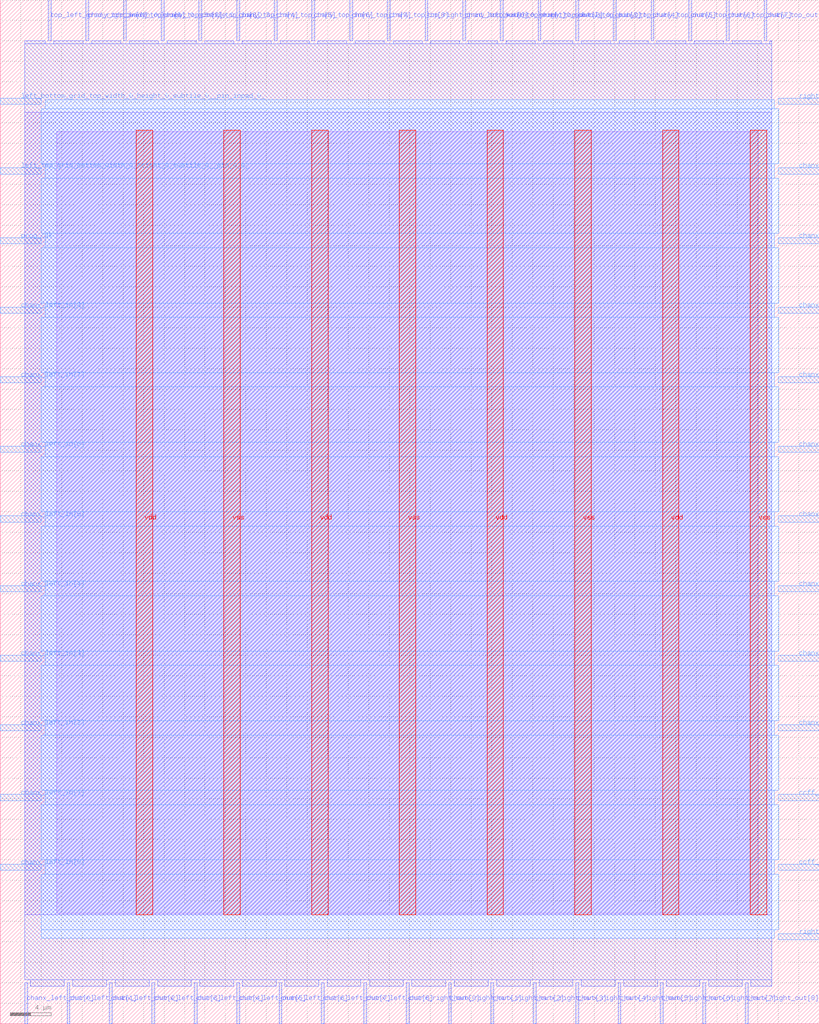
<source format=lef>
VERSION 5.7 ;
  NOWIREEXTENSIONATPIN ON ;
  DIVIDERCHAR "/" ;
  BUSBITCHARS "[]" ;
MACRO sb_1__0_
  CLASS BLOCK ;
  FOREIGN sb_1__0_ ;
  ORIGIN 0.000 0.000 ;
  SIZE 80.000 BY 100.000 ;
  PIN ccff_head
    DIRECTION INPUT ;
    USE SIGNAL ;
    ANTENNAGATEAREA 0.196500 ;
    PORT
      LAYER met3 ;
        RECT 76.000 15.000 80.000 15.600 ;
    END
  END ccff_head
  PIN ccff_tail
    DIRECTION OUTPUT TRISTATE ;
    USE SIGNAL ;
    ANTENNADIFFAREA 0.445500 ;
    PORT
      LAYER met3 ;
        RECT 76.000 21.800 80.000 22.400 ;
    END
  END ccff_tail
  PIN chanx_left_in[0]
    DIRECTION INPUT ;
    USE SIGNAL ;
    ANTENNAGATEAREA 0.196500 ;
    PORT
      LAYER met3 ;
        RECT 0.000 15.000 4.000 15.600 ;
    END
  END chanx_left_in[0]
  PIN chanx_left_in[1]
    DIRECTION INPUT ;
    USE SIGNAL ;
    ANTENNAGATEAREA 0.196500 ;
    PORT
      LAYER met3 ;
        RECT 0.000 21.800 4.000 22.400 ;
    END
  END chanx_left_in[1]
  PIN chanx_left_in[2]
    DIRECTION INPUT ;
    USE SIGNAL ;
    ANTENNAGATEAREA 0.196500 ;
    PORT
      LAYER met3 ;
        RECT 0.000 28.600 4.000 29.200 ;
    END
  END chanx_left_in[2]
  PIN chanx_left_in[3]
    DIRECTION INPUT ;
    USE SIGNAL ;
    ANTENNAGATEAREA 0.196500 ;
    PORT
      LAYER met3 ;
        RECT 0.000 35.400 4.000 36.000 ;
    END
  END chanx_left_in[3]
  PIN chanx_left_in[4]
    DIRECTION INPUT ;
    USE SIGNAL ;
    ANTENNAGATEAREA 0.213000 ;
    PORT
      LAYER met3 ;
        RECT 0.000 42.200 4.000 42.800 ;
    END
  END chanx_left_in[4]
  PIN chanx_left_in[5]
    DIRECTION INPUT ;
    USE SIGNAL ;
    ANTENNAGATEAREA 0.213000 ;
    PORT
      LAYER met3 ;
        RECT 0.000 49.000 4.000 49.600 ;
    END
  END chanx_left_in[5]
  PIN chanx_left_in[6]
    DIRECTION INPUT ;
    USE SIGNAL ;
    ANTENNAGATEAREA 0.196500 ;
    PORT
      LAYER met3 ;
        RECT 0.000 55.800 4.000 56.400 ;
    END
  END chanx_left_in[6]
  PIN chanx_left_in[7]
    DIRECTION INPUT ;
    USE SIGNAL ;
    ANTENNAGATEAREA 0.196500 ;
    PORT
      LAYER met3 ;
        RECT 0.000 62.600 4.000 63.200 ;
    END
  END chanx_left_in[7]
  PIN chanx_left_in[8]
    DIRECTION INPUT ;
    USE SIGNAL ;
    ANTENNAGATEAREA 0.196500 ;
    PORT
      LAYER met3 ;
        RECT 0.000 69.400 4.000 70.000 ;
    END
  END chanx_left_in[8]
  PIN chanx_left_out[0]
    DIRECTION OUTPUT TRISTATE ;
    USE SIGNAL ;
    ANTENNADIFFAREA 0.795200 ;
    PORT
      LAYER met2 ;
        RECT 2.390 0.000 2.670 4.000 ;
    END
  END chanx_left_out[0]
  PIN chanx_left_out[1]
    DIRECTION OUTPUT TRISTATE ;
    USE SIGNAL ;
    ANTENNADIFFAREA 0.795200 ;
    PORT
      LAYER met2 ;
        RECT 6.530 0.000 6.810 4.000 ;
    END
  END chanx_left_out[1]
  PIN chanx_left_out[2]
    DIRECTION OUTPUT TRISTATE ;
    USE SIGNAL ;
    ANTENNADIFFAREA 0.795200 ;
    PORT
      LAYER met2 ;
        RECT 10.670 0.000 10.950 4.000 ;
    END
  END chanx_left_out[2]
  PIN chanx_left_out[3]
    DIRECTION OUTPUT TRISTATE ;
    USE SIGNAL ;
    ANTENNADIFFAREA 0.795200 ;
    PORT
      LAYER met2 ;
        RECT 14.810 0.000 15.090 4.000 ;
    END
  END chanx_left_out[3]
  PIN chanx_left_out[4]
    DIRECTION OUTPUT TRISTATE ;
    USE SIGNAL ;
    ANTENNADIFFAREA 0.795200 ;
    PORT
      LAYER met2 ;
        RECT 18.950 0.000 19.230 4.000 ;
    END
  END chanx_left_out[4]
  PIN chanx_left_out[5]
    DIRECTION OUTPUT TRISTATE ;
    USE SIGNAL ;
    ANTENNADIFFAREA 0.795200 ;
    PORT
      LAYER met2 ;
        RECT 23.090 0.000 23.370 4.000 ;
    END
  END chanx_left_out[5]
  PIN chanx_left_out[6]
    DIRECTION OUTPUT TRISTATE ;
    USE SIGNAL ;
    ANTENNADIFFAREA 0.795200 ;
    PORT
      LAYER met2 ;
        RECT 27.230 0.000 27.510 4.000 ;
    END
  END chanx_left_out[6]
  PIN chanx_left_out[7]
    DIRECTION OUTPUT TRISTATE ;
    USE SIGNAL ;
    ANTENNADIFFAREA 0.795200 ;
    PORT
      LAYER met2 ;
        RECT 31.370 0.000 31.650 4.000 ;
    END
  END chanx_left_out[7]
  PIN chanx_left_out[8]
    DIRECTION OUTPUT TRISTATE ;
    USE SIGNAL ;
    ANTENNADIFFAREA 0.795200 ;
    PORT
      LAYER met2 ;
        RECT 35.510 0.000 35.790 4.000 ;
    END
  END chanx_left_out[8]
  PIN chanx_right_in[0]
    DIRECTION INPUT ;
    USE SIGNAL ;
    ANTENNAGATEAREA 0.196500 ;
    PORT
      LAYER met3 ;
        RECT 76.000 28.600 80.000 29.200 ;
    END
  END chanx_right_in[0]
  PIN chanx_right_in[1]
    DIRECTION INPUT ;
    USE SIGNAL ;
    ANTENNAGATEAREA 0.196500 ;
    PORT
      LAYER met3 ;
        RECT 76.000 35.400 80.000 36.000 ;
    END
  END chanx_right_in[1]
  PIN chanx_right_in[2]
    DIRECTION INPUT ;
    USE SIGNAL ;
    ANTENNAGATEAREA 0.196500 ;
    PORT
      LAYER met3 ;
        RECT 76.000 42.200 80.000 42.800 ;
    END
  END chanx_right_in[2]
  PIN chanx_right_in[3]
    DIRECTION INPUT ;
    USE SIGNAL ;
    ANTENNAGATEAREA 0.196500 ;
    PORT
      LAYER met3 ;
        RECT 76.000 49.000 80.000 49.600 ;
    END
  END chanx_right_in[3]
  PIN chanx_right_in[4]
    DIRECTION INPUT ;
    USE SIGNAL ;
    ANTENNAGATEAREA 0.126000 ;
    PORT
      LAYER met3 ;
        RECT 76.000 55.800 80.000 56.400 ;
    END
  END chanx_right_in[4]
  PIN chanx_right_in[5]
    DIRECTION INPUT ;
    USE SIGNAL ;
    ANTENNAGATEAREA 0.126000 ;
    PORT
      LAYER met3 ;
        RECT 76.000 62.600 80.000 63.200 ;
    END
  END chanx_right_in[5]
  PIN chanx_right_in[6]
    DIRECTION INPUT ;
    USE SIGNAL ;
    ANTENNAGATEAREA 0.126000 ;
    PORT
      LAYER met3 ;
        RECT 76.000 69.400 80.000 70.000 ;
    END
  END chanx_right_in[6]
  PIN chanx_right_in[7]
    DIRECTION INPUT ;
    USE SIGNAL ;
    ANTENNAGATEAREA 0.196500 ;
    PORT
      LAYER met3 ;
        RECT 76.000 76.200 80.000 76.800 ;
    END
  END chanx_right_in[7]
  PIN chanx_right_in[8]
    DIRECTION INPUT ;
    USE SIGNAL ;
    ANTENNAGATEAREA 0.196500 ;
    PORT
      LAYER met3 ;
        RECT 76.000 83.000 80.000 83.600 ;
    END
  END chanx_right_in[8]
  PIN chanx_right_out[0]
    DIRECTION OUTPUT TRISTATE ;
    USE SIGNAL ;
    ANTENNADIFFAREA 0.795200 ;
    PORT
      LAYER met2 ;
        RECT 39.650 0.000 39.930 4.000 ;
    END
  END chanx_right_out[0]
  PIN chanx_right_out[1]
    DIRECTION OUTPUT TRISTATE ;
    USE SIGNAL ;
    ANTENNADIFFAREA 0.795200 ;
    PORT
      LAYER met2 ;
        RECT 43.790 0.000 44.070 4.000 ;
    END
  END chanx_right_out[1]
  PIN chanx_right_out[2]
    DIRECTION OUTPUT TRISTATE ;
    USE SIGNAL ;
    ANTENNADIFFAREA 0.795200 ;
    PORT
      LAYER met2 ;
        RECT 47.930 0.000 48.210 4.000 ;
    END
  END chanx_right_out[2]
  PIN chanx_right_out[3]
    DIRECTION OUTPUT TRISTATE ;
    USE SIGNAL ;
    ANTENNADIFFAREA 0.795200 ;
    PORT
      LAYER met2 ;
        RECT 52.070 0.000 52.350 4.000 ;
    END
  END chanx_right_out[3]
  PIN chanx_right_out[4]
    DIRECTION OUTPUT TRISTATE ;
    USE SIGNAL ;
    ANTENNADIFFAREA 0.795200 ;
    PORT
      LAYER met2 ;
        RECT 56.210 0.000 56.490 4.000 ;
    END
  END chanx_right_out[4]
  PIN chanx_right_out[5]
    DIRECTION OUTPUT TRISTATE ;
    USE SIGNAL ;
    ANTENNADIFFAREA 0.795200 ;
    PORT
      LAYER met2 ;
        RECT 60.350 0.000 60.630 4.000 ;
    END
  END chanx_right_out[5]
  PIN chanx_right_out[6]
    DIRECTION OUTPUT TRISTATE ;
    USE SIGNAL ;
    ANTENNADIFFAREA 0.795200 ;
    PORT
      LAYER met2 ;
        RECT 64.490 0.000 64.770 4.000 ;
    END
  END chanx_right_out[6]
  PIN chanx_right_out[7]
    DIRECTION OUTPUT TRISTATE ;
    USE SIGNAL ;
    ANTENNADIFFAREA 0.795200 ;
    PORT
      LAYER met2 ;
        RECT 68.630 0.000 68.910 4.000 ;
    END
  END chanx_right_out[7]
  PIN chanx_right_out[8]
    DIRECTION OUTPUT TRISTATE ;
    USE SIGNAL ;
    ANTENNADIFFAREA 0.795200 ;
    PORT
      LAYER met2 ;
        RECT 72.770 0.000 73.050 4.000 ;
    END
  END chanx_right_out[8]
  PIN chany_top_in[0]
    DIRECTION INPUT ;
    USE SIGNAL ;
    ANTENNAGATEAREA 0.196500 ;
    PORT
      LAYER met2 ;
        RECT 8.370 96.000 8.650 100.000 ;
    END
  END chany_top_in[0]
  PIN chany_top_in[1]
    DIRECTION INPUT ;
    USE SIGNAL ;
    ANTENNAGATEAREA 0.196500 ;
    PORT
      LAYER met2 ;
        RECT 12.050 96.000 12.330 100.000 ;
    END
  END chany_top_in[1]
  PIN chany_top_in[2]
    DIRECTION INPUT ;
    USE SIGNAL ;
    ANTENNAGATEAREA 0.196500 ;
    PORT
      LAYER met2 ;
        RECT 15.730 96.000 16.010 100.000 ;
    END
  END chany_top_in[2]
  PIN chany_top_in[3]
    DIRECTION INPUT ;
    USE SIGNAL ;
    ANTENNAGATEAREA 0.196500 ;
    PORT
      LAYER met2 ;
        RECT 19.410 96.000 19.690 100.000 ;
    END
  END chany_top_in[3]
  PIN chany_top_in[4]
    DIRECTION INPUT ;
    USE SIGNAL ;
    ANTENNAGATEAREA 0.196500 ;
    PORT
      LAYER met2 ;
        RECT 23.090 96.000 23.370 100.000 ;
    END
  END chany_top_in[4]
  PIN chany_top_in[5]
    DIRECTION INPUT ;
    USE SIGNAL ;
    ANTENNAGATEAREA 0.196500 ;
    PORT
      LAYER met2 ;
        RECT 26.770 96.000 27.050 100.000 ;
    END
  END chany_top_in[5]
  PIN chany_top_in[6]
    DIRECTION INPUT ;
    USE SIGNAL ;
    ANTENNAGATEAREA 0.196500 ;
    PORT
      LAYER met2 ;
        RECT 30.450 96.000 30.730 100.000 ;
    END
  END chany_top_in[6]
  PIN chany_top_in[7]
    DIRECTION INPUT ;
    USE SIGNAL ;
    ANTENNAGATEAREA 0.196500 ;
    PORT
      LAYER met2 ;
        RECT 34.130 96.000 34.410 100.000 ;
    END
  END chany_top_in[7]
  PIN chany_top_in[8]
    DIRECTION INPUT ;
    USE SIGNAL ;
    ANTENNAGATEAREA 0.196500 ;
    PORT
      LAYER met2 ;
        RECT 37.810 96.000 38.090 100.000 ;
    END
  END chany_top_in[8]
  PIN chany_top_out[0]
    DIRECTION OUTPUT TRISTATE ;
    USE SIGNAL ;
    ANTENNADIFFAREA 0.795200 ;
    PORT
      LAYER met2 ;
        RECT 45.170 96.000 45.450 100.000 ;
    END
  END chany_top_out[0]
  PIN chany_top_out[1]
    DIRECTION OUTPUT TRISTATE ;
    USE SIGNAL ;
    ANTENNADIFFAREA 0.795200 ;
    PORT
      LAYER met2 ;
        RECT 48.850 96.000 49.130 100.000 ;
    END
  END chany_top_out[1]
  PIN chany_top_out[2]
    DIRECTION OUTPUT TRISTATE ;
    USE SIGNAL ;
    ANTENNADIFFAREA 0.795200 ;
    PORT
      LAYER met2 ;
        RECT 52.530 96.000 52.810 100.000 ;
    END
  END chany_top_out[2]
  PIN chany_top_out[3]
    DIRECTION OUTPUT TRISTATE ;
    USE SIGNAL ;
    ANTENNADIFFAREA 0.795200 ;
    PORT
      LAYER met2 ;
        RECT 56.210 96.000 56.490 100.000 ;
    END
  END chany_top_out[3]
  PIN chany_top_out[4]
    DIRECTION OUTPUT TRISTATE ;
    USE SIGNAL ;
    ANTENNADIFFAREA 0.795200 ;
    PORT
      LAYER met2 ;
        RECT 59.890 96.000 60.170 100.000 ;
    END
  END chany_top_out[4]
  PIN chany_top_out[5]
    DIRECTION OUTPUT TRISTATE ;
    USE SIGNAL ;
    ANTENNADIFFAREA 0.795200 ;
    PORT
      LAYER met2 ;
        RECT 63.570 96.000 63.850 100.000 ;
    END
  END chany_top_out[5]
  PIN chany_top_out[6]
    DIRECTION OUTPUT TRISTATE ;
    USE SIGNAL ;
    ANTENNADIFFAREA 0.795200 ;
    PORT
      LAYER met2 ;
        RECT 67.250 96.000 67.530 100.000 ;
    END
  END chany_top_out[6]
  PIN chany_top_out[7]
    DIRECTION OUTPUT TRISTATE ;
    USE SIGNAL ;
    ANTENNADIFFAREA 0.795200 ;
    PORT
      LAYER met2 ;
        RECT 70.930 96.000 71.210 100.000 ;
    END
  END chany_top_out[7]
  PIN chany_top_out[8]
    DIRECTION OUTPUT TRISTATE ;
    USE SIGNAL ;
    ANTENNADIFFAREA 0.795200 ;
    PORT
      LAYER met2 ;
        RECT 74.610 96.000 74.890 100.000 ;
    END
  END chany_top_out[8]
  PIN left_bottom_grid_top_width_0_height_0_subtile_0__pin_inpad_0_
    DIRECTION INPUT ;
    USE SIGNAL ;
    ANTENNAGATEAREA 0.196500 ;
    PORT
      LAYER met3 ;
        RECT 0.000 89.800 4.000 90.400 ;
    END
  END left_bottom_grid_top_width_0_height_0_subtile_0__pin_inpad_0_
  PIN left_top_grid_bottom_width_0_height_0_subtile_0__pin_O_0_
    DIRECTION INPUT ;
    USE SIGNAL ;
    ANTENNAGATEAREA 0.196500 ;
    PORT
      LAYER met3 ;
        RECT 0.000 83.000 4.000 83.600 ;
    END
  END left_top_grid_bottom_width_0_height_0_subtile_0__pin_O_0_
  PIN prog_clk
    DIRECTION INPUT ;
    USE SIGNAL ;
    ANTENNAGATEAREA 0.852000 ;
    PORT
      LAYER met3 ;
        RECT 0.000 76.200 4.000 76.800 ;
    END
  END prog_clk
  PIN right_bottom_grid_top_width_0_height_0_subtile_0__pin_inpad_0_
    DIRECTION INPUT ;
    USE SIGNAL ;
    ANTENNAGATEAREA 0.196500 ;
    PORT
      LAYER met3 ;
        RECT 76.000 8.200 80.000 8.800 ;
    END
  END right_bottom_grid_top_width_0_height_0_subtile_0__pin_inpad_0_
  PIN right_top_grid_bottom_width_0_height_0_subtile_0__pin_O_0_
    DIRECTION INPUT ;
    USE SIGNAL ;
    ANTENNAGATEAREA 0.196500 ;
    PORT
      LAYER met3 ;
        RECT 76.000 89.800 80.000 90.400 ;
    END
  END right_top_grid_bottom_width_0_height_0_subtile_0__pin_O_0_
  PIN top_left_grid_right_width_0_height_0_subtile_0__pin_O_3_
    DIRECTION INPUT ;
    USE SIGNAL ;
    ANTENNAGATEAREA 0.196500 ;
    PORT
      LAYER met2 ;
        RECT 4.690 96.000 4.970 100.000 ;
    END
  END top_left_grid_right_width_0_height_0_subtile_0__pin_O_3_
  PIN top_right_grid_left_width_0_height_0_subtile_0__pin_O_1_
    DIRECTION INPUT ;
    USE SIGNAL ;
    ANTENNAGATEAREA 0.196500 ;
    PORT
      LAYER met2 ;
        RECT 41.490 96.000 41.770 100.000 ;
    END
  END top_right_grid_left_width_0_height_0_subtile_0__pin_O_1_
  PIN vdd
    DIRECTION INOUT ;
    USE POWER ;
    PORT
      LAYER met4 ;
        RECT 13.285 10.640 14.885 87.280 ;
    END
    PORT
      LAYER met4 ;
        RECT 30.420 10.640 32.020 87.280 ;
    END
    PORT
      LAYER met4 ;
        RECT 47.555 10.640 49.155 87.280 ;
    END
    PORT
      LAYER met4 ;
        RECT 64.690 10.640 66.290 87.280 ;
    END
  END vdd
  PIN vss
    DIRECTION INOUT ;
    USE GROUND ;
    PORT
      LAYER met4 ;
        RECT 21.850 10.640 23.450 87.280 ;
    END
    PORT
      LAYER met4 ;
        RECT 38.985 10.640 40.585 87.280 ;
    END
    PORT
      LAYER met4 ;
        RECT 56.120 10.640 57.720 87.280 ;
    END
    PORT
      LAYER met4 ;
        RECT 73.255 10.640 74.855 87.280 ;
    END
  END vss
  OBS
      LAYER li1 ;
        RECT 5.520 10.795 74.060 87.125 ;
      LAYER met1 ;
        RECT 2.370 10.640 75.370 89.040 ;
      LAYER met2 ;
        RECT 2.400 95.720 4.410 96.000 ;
        RECT 5.250 95.720 8.090 96.000 ;
        RECT 8.930 95.720 11.770 96.000 ;
        RECT 12.610 95.720 15.450 96.000 ;
        RECT 16.290 95.720 19.130 96.000 ;
        RECT 19.970 95.720 22.810 96.000 ;
        RECT 23.650 95.720 26.490 96.000 ;
        RECT 27.330 95.720 30.170 96.000 ;
        RECT 31.010 95.720 33.850 96.000 ;
        RECT 34.690 95.720 37.530 96.000 ;
        RECT 38.370 95.720 41.210 96.000 ;
        RECT 42.050 95.720 44.890 96.000 ;
        RECT 45.730 95.720 48.570 96.000 ;
        RECT 49.410 95.720 52.250 96.000 ;
        RECT 53.090 95.720 55.930 96.000 ;
        RECT 56.770 95.720 59.610 96.000 ;
        RECT 60.450 95.720 63.290 96.000 ;
        RECT 64.130 95.720 66.970 96.000 ;
        RECT 67.810 95.720 70.650 96.000 ;
        RECT 71.490 95.720 74.330 96.000 ;
        RECT 75.170 95.720 75.350 96.000 ;
        RECT 2.400 4.280 75.350 95.720 ;
        RECT 2.950 3.670 6.250 4.280 ;
        RECT 7.090 3.670 10.390 4.280 ;
        RECT 11.230 3.670 14.530 4.280 ;
        RECT 15.370 3.670 18.670 4.280 ;
        RECT 19.510 3.670 22.810 4.280 ;
        RECT 23.650 3.670 26.950 4.280 ;
        RECT 27.790 3.670 31.090 4.280 ;
        RECT 31.930 3.670 35.230 4.280 ;
        RECT 36.070 3.670 39.370 4.280 ;
        RECT 40.210 3.670 43.510 4.280 ;
        RECT 44.350 3.670 47.650 4.280 ;
        RECT 48.490 3.670 51.790 4.280 ;
        RECT 52.630 3.670 55.930 4.280 ;
        RECT 56.770 3.670 60.070 4.280 ;
        RECT 60.910 3.670 64.210 4.280 ;
        RECT 65.050 3.670 68.350 4.280 ;
        RECT 69.190 3.670 72.490 4.280 ;
        RECT 73.330 3.670 75.350 4.280 ;
      LAYER met3 ;
        RECT 4.400 89.400 75.600 90.265 ;
        RECT 3.990 84.000 76.050 89.400 ;
        RECT 4.400 82.600 75.600 84.000 ;
        RECT 3.990 77.200 76.050 82.600 ;
        RECT 4.400 75.800 75.600 77.200 ;
        RECT 3.990 70.400 76.050 75.800 ;
        RECT 4.400 69.000 75.600 70.400 ;
        RECT 3.990 63.600 76.050 69.000 ;
        RECT 4.400 62.200 75.600 63.600 ;
        RECT 3.990 56.800 76.050 62.200 ;
        RECT 4.400 55.400 75.600 56.800 ;
        RECT 3.990 50.000 76.050 55.400 ;
        RECT 4.400 48.600 75.600 50.000 ;
        RECT 3.990 43.200 76.050 48.600 ;
        RECT 4.400 41.800 75.600 43.200 ;
        RECT 3.990 36.400 76.050 41.800 ;
        RECT 4.400 35.000 75.600 36.400 ;
        RECT 3.990 29.600 76.050 35.000 ;
        RECT 4.400 28.200 75.600 29.600 ;
        RECT 3.990 22.800 76.050 28.200 ;
        RECT 4.400 21.400 75.600 22.800 ;
        RECT 3.990 16.000 76.050 21.400 ;
        RECT 4.400 14.600 75.600 16.000 ;
        RECT 3.990 9.200 76.050 14.600 ;
        RECT 3.990 8.335 75.600 9.200 ;
  END
END sb_1__0_
END LIBRARY


</source>
